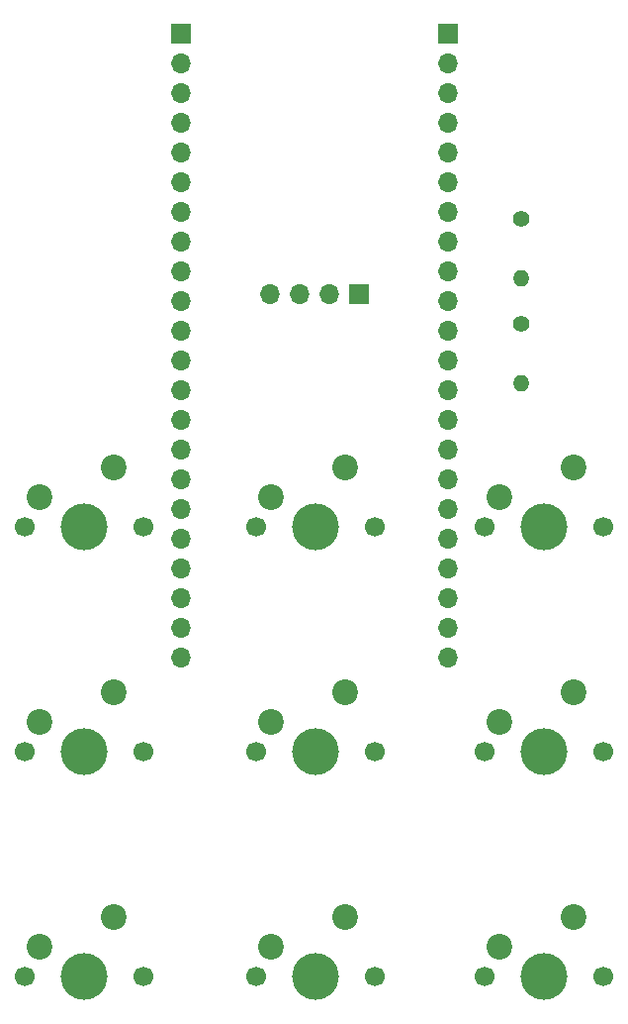
<source format=gbr>
%TF.GenerationSoftware,KiCad,Pcbnew,8.0.3*%
%TF.CreationDate,2024-07-18T02:13:28+08:00*%
%TF.ProjectId,sesto_remote_v2,73657374-6f5f-4726-956d-6f74655f7632,rev?*%
%TF.SameCoordinates,Original*%
%TF.FileFunction,Soldermask,Top*%
%TF.FilePolarity,Negative*%
%FSLAX46Y46*%
G04 Gerber Fmt 4.6, Leading zero omitted, Abs format (unit mm)*
G04 Created by KiCad (PCBNEW 8.0.3) date 2024-07-18 02:13:28*
%MOMM*%
%LPD*%
G01*
G04 APERTURE LIST*
%ADD10C,1.700000*%
%ADD11C,4.000000*%
%ADD12C,2.200000*%
%ADD13R,1.700000X1.700000*%
%ADD14O,1.700000X1.700000*%
%ADD15C,1.400000*%
%ADD16O,1.400000X1.400000*%
G04 APERTURE END LIST*
D10*
%TO.C,SW2*%
X89240000Y-82310000D03*
D11*
X94320000Y-82310000D03*
D10*
X99400000Y-82310000D03*
D12*
X96860000Y-77230000D03*
X90510000Y-79770000D03*
%TD*%
D10*
%TO.C,SW1*%
X69480000Y-82310000D03*
D11*
X74560000Y-82310000D03*
D10*
X79640000Y-82310000D03*
D12*
X77100000Y-77230000D03*
X70750000Y-79770000D03*
%TD*%
D10*
%TO.C,SW3*%
X108870000Y-82310000D03*
D11*
X113950000Y-82310000D03*
D10*
X119030000Y-82310000D03*
D12*
X116490000Y-77230000D03*
X110140000Y-79770000D03*
%TD*%
D13*
%TO.C,J3*%
X98120000Y-62425000D03*
D14*
X95580000Y-62425000D03*
X93040000Y-62425000D03*
X90500000Y-62425000D03*
%TD*%
D10*
%TO.C,SW8*%
X89240000Y-120710000D03*
D11*
X94320000Y-120710000D03*
D10*
X99400000Y-120710000D03*
D12*
X96860000Y-115630000D03*
X90510000Y-118170000D03*
%TD*%
D10*
%TO.C,SW9*%
X108870000Y-120710000D03*
D11*
X113950000Y-120710000D03*
D10*
X119030000Y-120710000D03*
D12*
X116490000Y-115630000D03*
X110140000Y-118170000D03*
%TD*%
D15*
%TO.C,R1*%
X111960000Y-55940000D03*
D16*
X111960000Y-61020000D03*
%TD*%
D10*
%TO.C,SW6*%
X108870000Y-101510000D03*
D11*
X113950000Y-101510000D03*
D10*
X119030000Y-101510000D03*
D12*
X116490000Y-96430000D03*
X110140000Y-98970000D03*
%TD*%
D10*
%TO.C,SW7*%
X69480000Y-120710000D03*
D11*
X74560000Y-120710000D03*
D10*
X79640000Y-120710000D03*
D12*
X77100000Y-115630000D03*
X70750000Y-118170000D03*
%TD*%
D10*
%TO.C,SW4*%
X69480000Y-101510000D03*
D11*
X74560000Y-101510000D03*
D10*
X79640000Y-101510000D03*
D12*
X77100000Y-96430000D03*
X70750000Y-98970000D03*
%TD*%
D15*
%TO.C,R2*%
X111960000Y-64900000D03*
D16*
X111960000Y-69980000D03*
%TD*%
D10*
%TO.C,SW5*%
X89240000Y-101510000D03*
D11*
X94320000Y-101510000D03*
D10*
X99400000Y-101510000D03*
D12*
X96860000Y-96430000D03*
X90510000Y-98970000D03*
%TD*%
D13*
%TO.C,J1*%
X105710000Y-40150000D03*
D14*
X105710000Y-42690000D03*
X105710000Y-45230000D03*
X105710000Y-47770000D03*
X105710000Y-50310000D03*
X105710000Y-52850000D03*
X105710000Y-55390000D03*
X105710000Y-57930000D03*
X105710000Y-60470000D03*
X105710000Y-63010000D03*
X105710000Y-65550000D03*
X105710000Y-68090000D03*
X105710000Y-70630000D03*
X105710000Y-73170000D03*
X105710000Y-75710000D03*
X105710000Y-78250000D03*
X105710000Y-80790000D03*
X105710000Y-83330000D03*
X105710000Y-85870000D03*
X105710000Y-88410000D03*
X105710000Y-90950000D03*
X105710000Y-93490000D03*
%TD*%
D13*
%TO.C,J2*%
X82850000Y-40150000D03*
D14*
X82850000Y-42690000D03*
X82850000Y-45230000D03*
X82850000Y-47770000D03*
X82850000Y-50310000D03*
X82850000Y-52850000D03*
X82850000Y-55390000D03*
X82850000Y-57930000D03*
X82850000Y-60470000D03*
X82850000Y-63010000D03*
X82850000Y-65550000D03*
X82850000Y-68090000D03*
X82850000Y-70630000D03*
X82850000Y-73170000D03*
X82850000Y-75710000D03*
X82850000Y-78250000D03*
X82850000Y-80790000D03*
X82850000Y-83330000D03*
X82850000Y-85870000D03*
X82850000Y-88410000D03*
X82850000Y-90950000D03*
X82850000Y-93490000D03*
%TD*%
M02*

</source>
